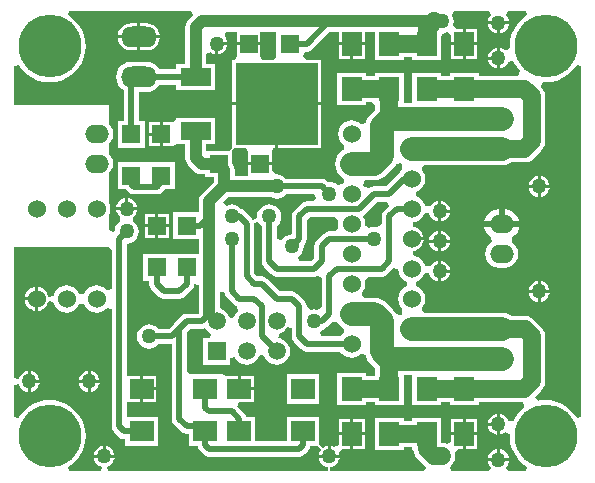
<source format=gtl>
G04 Layer_Physical_Order=1*
G04 Layer_Color=255*
%FSLAX25Y25*%
%MOIN*%
G70*
G01*
G75*
%ADD10R,0.07874X0.06693*%
%ADD11R,0.05906X0.05906*%
%ADD12R,0.06614X0.07874*%
%ADD13R,0.05906X0.05906*%
%ADD14R,0.27559X0.27559*%
%ADD15R,0.09843X0.05906*%
%ADD16C,0.03937*%
%ADD17C,0.07874*%
%ADD18C,0.05906*%
%ADD19C,0.01969*%
%ADD20O,0.08000X0.06000*%
%ADD21C,0.06000*%
%ADD22C,0.05906*%
%ADD23C,0.20945*%
%ADD24O,0.12000X0.07000*%
%ADD25C,0.05000*%
G36*
X47176Y141732D02*
X47785Y140232D01*
X46215Y138663D01*
X45659Y137938D01*
X45310Y137094D01*
X45250Y136642D01*
X45191Y136189D01*
Y124142D01*
X42268D01*
Y122222D01*
X36548D01*
X35755Y123255D01*
X34711Y124056D01*
X33494Y124560D01*
X32189Y124732D01*
X27189D01*
X25884Y124560D01*
X24667Y124056D01*
X23623Y123255D01*
X22821Y122211D01*
X22318Y120994D01*
X22146Y119689D01*
X22318Y118384D01*
X22821Y117167D01*
X23623Y116123D01*
X24656Y115330D01*
Y105032D01*
X22736D01*
Y96126D01*
X31642D01*
Y105032D01*
X29722D01*
Y114646D01*
X32189D01*
X33494Y114818D01*
X34711Y115322D01*
X35755Y116123D01*
X36548Y117156D01*
X42268D01*
Y115236D01*
X55110D01*
Y124142D01*
X52187D01*
Y127320D01*
X53687Y127971D01*
X53924Y127789D01*
X54775Y127437D01*
X55189Y127382D01*
Y130847D01*
X55689D01*
Y131346D01*
X59153D01*
X59099Y131760D01*
X58746Y132612D01*
X58302Y133191D01*
X58437Y133822D01*
X58893Y134691D01*
X60867D01*
X62347Y134642D01*
X62347Y133191D01*
Y131189D01*
X70252D01*
Y133191D01*
X70252Y134642D01*
X71732Y134691D01*
X75626D01*
Y126969D01*
X75626Y126236D01*
X74444Y125469D01*
X70813D01*
X70252Y126736D01*
X70252Y126969D01*
Y130189D01*
X62347D01*
Y126969D01*
X62347Y126736D01*
X61786Y125469D01*
X60909D01*
Y111189D01*
X75689D01*
Y110689D01*
D01*
Y111189D01*
X90469D01*
Y125469D01*
X85713D01*
X84531Y126236D01*
X84531Y126656D01*
X85286Y128156D01*
X85689D01*
X86658Y128349D01*
X87480Y128898D01*
X93273Y134691D01*
X96382D01*
Y131189D01*
X100689D01*
X104996D01*
Y134691D01*
X108382D01*
Y125252D01*
X117996D01*
Y126198D01*
X120882D01*
Y125252D01*
X130496D01*
Y132668D01*
X130689Y134154D01*
X131733Y134292D01*
X132382Y134561D01*
X133380Y134128D01*
X133882Y133706D01*
Y131189D01*
X137689D01*
Y135626D01*
X135581D01*
X134578Y137126D01*
X134586Y137145D01*
X134723Y138189D01*
X134586Y139233D01*
X134183Y140206D01*
X134163Y140232D01*
X134903Y141732D01*
X146524D01*
X147022Y140507D01*
X147065Y140232D01*
X146549Y139560D01*
X146196Y138709D01*
X146142Y138295D01*
X153071D01*
X153016Y138709D01*
X152664Y139560D01*
X152148Y140232D01*
X152190Y140507D01*
X152689Y141732D01*
X158844D01*
X159267Y140232D01*
X158295Y139637D01*
X156862Y138413D01*
X155639Y136980D01*
X154654Y135373D01*
X153933Y133632D01*
X153493Y131800D01*
X153345Y129921D01*
X153397Y129257D01*
X152563Y128757D01*
X151944Y128602D01*
X151371Y129042D01*
X150520Y129394D01*
X150106Y129449D01*
Y125984D01*
Y122520D01*
X150520Y122574D01*
X151371Y122927D01*
X152102Y123488D01*
X152664Y124219D01*
X152899Y124787D01*
X153790Y124959D01*
X154493Y124857D01*
X154654Y124469D01*
X155639Y122862D01*
X156648Y121680D01*
X156412Y120766D01*
X156015Y120180D01*
X142996D01*
Y121126D01*
X133382D01*
Y120180D01*
X130496D01*
Y121126D01*
X120882D01*
Y111173D01*
X117996D01*
Y121126D01*
X108382D01*
Y120180D01*
X105496D01*
Y121126D01*
X95882D01*
Y110252D01*
X105496D01*
Y111198D01*
X107274D01*
X108382Y110252D01*
X108496Y108752D01*
X106811Y107067D01*
X105940Y105931D01*
X105392Y104608D01*
X105370Y104444D01*
X104285Y104042D01*
X103796Y103977D01*
X102958Y104620D01*
X101864Y105073D01*
X100689Y105228D01*
X99514Y105073D01*
X98420Y104620D01*
X97479Y103898D01*
X96758Y102958D01*
X96305Y101864D01*
X96150Y100689D01*
X96305Y99514D01*
X96758Y98420D01*
X97479Y97479D01*
X97997Y97083D01*
X97969Y95646D01*
X97856Y95368D01*
X96811Y94567D01*
X95940Y93431D01*
X95392Y92108D01*
X95205Y90689D01*
X95392Y89270D01*
X95940Y87947D01*
X96811Y86811D01*
X97856Y86010D01*
X97969Y85732D01*
X97997Y84295D01*
X97592Y83985D01*
X97313Y83857D01*
X96042Y83542D01*
X95206Y84183D01*
X94233Y84586D01*
X93189Y84724D01*
X92789Y84671D01*
X92480Y84980D01*
X91658Y85529D01*
X90689Y85722D01*
X78787D01*
X78542Y86042D01*
X77706Y86683D01*
X76733Y87086D01*
X75689Y87224D01*
X75532Y87203D01*
X74032Y88332D01*
Y90189D01*
X70079D01*
X66126D01*
Y86736D01*
X64646Y86687D01*
X61687D01*
Y88799D01*
X61568Y89705D01*
X61219Y90548D01*
X60752Y91157D01*
Y94475D01*
X60831Y95193D01*
X61934Y95910D01*
X65565D01*
X66126Y94642D01*
X66126Y94409D01*
Y91189D01*
X70079D01*
X74032D01*
Y94409D01*
X74032Y94642D01*
X74592Y95910D01*
X75189D01*
Y110189D01*
X60909D01*
Y96576D01*
X60831Y95858D01*
X59727Y95142D01*
X52187D01*
Y97236D01*
X55110D01*
Y106142D01*
X42268D01*
Y105434D01*
X41142Y104532D01*
X40768Y104532D01*
X37689D01*
Y100579D01*
Y96626D01*
X41021D01*
X41142Y96626D01*
X42389Y97236D01*
X42642Y97236D01*
X45191D01*
Y92689D01*
X45250Y92236D01*
X45310Y91783D01*
X45659Y90940D01*
X46215Y90215D01*
X48215Y88215D01*
X48940Y87659D01*
X49784Y87310D01*
X50689Y87191D01*
X51846D01*
Y86236D01*
X54690D01*
Y84638D01*
X50715Y80663D01*
X50159Y79938D01*
X49810Y79094D01*
X49750Y78642D01*
X49691Y78189D01*
Y74532D01*
X41236D01*
Y65626D01*
X49691D01*
Y60752D01*
X41236D01*
Y60752D01*
X40142Y60752D01*
Y60752D01*
X31236D01*
Y51846D01*
X33156D01*
Y50689D01*
X33349Y49720D01*
X33898Y48898D01*
X36398Y46398D01*
X37220Y45849D01*
X38189Y45656D01*
X43189D01*
X44158Y45849D01*
X44980Y46398D01*
X47480Y48898D01*
X48029Y49720D01*
X48191Y50531D01*
X49691Y50384D01*
Y40773D01*
X49640Y40722D01*
X45689D01*
X44720Y40529D01*
X43898Y39980D01*
X41398Y37480D01*
X41398Y37480D01*
X39640Y35722D01*
X36287D01*
X36042Y36042D01*
X35206Y36683D01*
X34233Y37086D01*
X33189Y37224D01*
X32145Y37086D01*
X31172Y36683D01*
X30336Y36042D01*
X29695Y35206D01*
X29292Y34233D01*
X29155Y33189D01*
X29292Y32145D01*
X29695Y31172D01*
X30336Y30336D01*
X31172Y29695D01*
X32145Y29292D01*
X33189Y29155D01*
X34233Y29292D01*
X35206Y29695D01*
X36042Y30336D01*
X36287Y30656D01*
X40656D01*
Y5689D01*
X40849Y4720D01*
X41398Y3898D01*
X43898Y1398D01*
X44720Y849D01*
X45689Y656D01*
X46512D01*
Y-3331D01*
X49468D01*
X49609Y-4040D01*
X50158Y-4862D01*
X51398Y-6102D01*
X52220Y-6651D01*
X53189Y-6844D01*
X83189D01*
X84158Y-6651D01*
X84980Y-6102D01*
X86240Y-4842D01*
X86789Y-4021D01*
X86926Y-3331D01*
X89626D01*
X90488Y-4581D01*
X90132Y-5046D01*
X89779Y-5897D01*
X89725Y-6311D01*
X92689D01*
Y-3347D01*
X92275Y-3401D01*
X91424Y-3754D01*
X91111Y-3994D01*
X89886Y-3043D01*
Y6362D01*
X79012D01*
Y-1778D01*
X68626D01*
Y6362D01*
X65588D01*
X65529Y6658D01*
X64980Y7480D01*
X62617Y9843D01*
X62692Y10417D01*
X63141Y11343D01*
X68126D01*
Y15189D01*
X63189D01*
Y15689D01*
X62689D01*
Y20035D01*
X58679Y20035D01*
X57386Y20535D01*
X56959Y20535D01*
X46512D01*
X45722Y21708D01*
Y34640D01*
X46738Y35656D01*
X50689D01*
X51658Y35849D01*
X51800Y35943D01*
X52513Y35013D01*
X53443Y34299D01*
X53824Y34142D01*
X53526Y32642D01*
X51236D01*
Y23736D01*
X60142D01*
Y26026D01*
X61642Y26324D01*
X61800Y25943D01*
X62513Y25013D01*
X63443Y24299D01*
X64527Y23851D01*
X65689Y23698D01*
X66851Y23851D01*
X67935Y24299D01*
X68865Y25013D01*
X69578Y25943D01*
X69912Y26748D01*
X70577Y26877D01*
X70801D01*
X71466Y26748D01*
X71799Y25943D01*
X72513Y25013D01*
X73443Y24299D01*
X74527Y23851D01*
X75689Y23698D01*
X76851Y23851D01*
X77935Y24299D01*
X78865Y25013D01*
X79578Y25943D01*
X80027Y27027D01*
X80180Y28189D01*
X80027Y29351D01*
X79578Y30435D01*
X78865Y31365D01*
X77935Y32078D01*
X76851Y32527D01*
X76198Y32613D01*
X76103Y32744D01*
X76718Y34330D01*
X76781Y34363D01*
X77682Y34736D01*
X78508Y35370D01*
X79142Y36195D01*
X79156Y36230D01*
X80656Y35932D01*
Y33189D01*
X80849Y32220D01*
X81398Y31398D01*
X83898Y28898D01*
X84720Y28349D01*
X85689Y28156D01*
X96960D01*
X97479Y27479D01*
X98420Y26758D01*
X99514Y26305D01*
X100689Y26150D01*
X101864Y26305D01*
X102958Y26758D01*
X103796Y27401D01*
X104285Y27336D01*
X105370Y26934D01*
X105392Y26770D01*
X105940Y25447D01*
X106811Y24311D01*
X108496Y22626D01*
X108435Y21126D01*
X108382D01*
Y20180D01*
X105496D01*
Y21126D01*
X95882D01*
Y10252D01*
X105496D01*
Y11198D01*
X108382D01*
Y10252D01*
X117996D01*
Y20362D01*
X120882D01*
Y10252D01*
X130496D01*
Y11198D01*
X133382D01*
Y10252D01*
X142996D01*
Y11198D01*
X157843D01*
X158280Y10147D01*
X158317Y9729D01*
X158295Y9716D01*
X156862Y8492D01*
X155639Y7059D01*
X154654Y5452D01*
X154493Y5064D01*
X153790Y4963D01*
X152899Y5134D01*
X152664Y5702D01*
X152102Y6433D01*
X151371Y6994D01*
X150520Y7347D01*
X150106Y7401D01*
Y3937D01*
Y473D01*
X150520Y527D01*
X151371Y880D01*
X151944Y1319D01*
X152563Y1165D01*
X153397Y664D01*
X153345Y0D01*
X153493Y-1879D01*
X153933Y-3711D01*
X154654Y-5452D01*
X155639Y-7059D01*
X156862Y-8492D01*
X158295Y-9716D01*
X159267Y-10311D01*
X158844Y-11811D01*
X152689D01*
X152190Y-10586D01*
X152148Y-10311D01*
X152664Y-9639D01*
X153016Y-8788D01*
X153071Y-8374D01*
X146142D01*
X146196Y-8788D01*
X146549Y-9639D01*
X147065Y-10311D01*
X147022Y-10586D01*
X146524Y-11811D01*
X133951D01*
X133442Y-10311D01*
X133865Y-9987D01*
X134578Y-9057D01*
X135027Y-7973D01*
X135180Y-6811D01*
X135040Y-5748D01*
X135050Y-5618D01*
X136071Y-4248D01*
X137689D01*
Y189D01*
X133882D01*
Y-1758D01*
X133668Y-2021D01*
X132382Y-2693D01*
X131851Y-2473D01*
X130689Y-2320D01*
X130496D01*
Y6126D01*
X120882D01*
Y5180D01*
X117996D01*
Y6126D01*
X108382D01*
Y-4748D01*
X117996D01*
Y-3802D01*
X120882D01*
Y-4748D01*
X121255D01*
X121351Y-5473D01*
X121800Y-6557D01*
X122513Y-7487D01*
X125013Y-9987D01*
X125013Y-9987D01*
X125436Y-10311D01*
X125443Y-10525D01*
X124708Y-11811D01*
X93517D01*
X93418Y-10311D01*
X94103Y-10221D01*
X94954Y-9868D01*
X95685Y-9307D01*
X96246Y-8576D01*
X96599Y-7725D01*
X96653Y-7311D01*
X89725D01*
X89779Y-7725D01*
X90132Y-8576D01*
X90693Y-9307D01*
X91424Y-9868D01*
X92275Y-10221D01*
X92960Y-10311D01*
X92861Y-11811D01*
X19409Y-11811D01*
X18964Y-10311D01*
X19103Y-10221D01*
X19236Y-10166D01*
X19954Y-9868D01*
X20685Y-9307D01*
X21246Y-8576D01*
X21599Y-7725D01*
X21653Y-7311D01*
X14725D01*
X14779Y-7725D01*
X15132Y-8576D01*
X15693Y-9307D01*
X16424Y-9868D01*
X17021Y-10116D01*
X17275Y-10221D01*
X17414Y-10311D01*
X16969Y-11811D01*
X6511D01*
X6088Y-10311D01*
X7059Y-9716D01*
X8492Y-8492D01*
X9716Y-7059D01*
X10701Y-5452D01*
X11422Y-3711D01*
X11862Y-1879D01*
X12009Y0D01*
X11862Y1879D01*
X11422Y3711D01*
X10701Y5452D01*
X9716Y7059D01*
X8492Y8492D01*
X7059Y9716D01*
X5452Y10701D01*
X3711Y11422D01*
X1879Y11862D01*
X0Y12009D01*
X-1879Y11862D01*
X-3711Y11422D01*
X-5452Y10701D01*
X-7059Y9716D01*
X-8492Y8492D01*
X-9716Y7059D01*
X-10311Y6088D01*
X-11811Y6511D01*
Y16969D01*
X-10311Y17414D01*
X-10221Y17275D01*
X-10166Y17142D01*
X-9868Y16424D01*
X-9307Y15693D01*
X-8576Y15132D01*
X-7725Y14779D01*
X-7311Y14725D01*
Y18189D01*
Y21653D01*
X-7725Y21599D01*
X-8576Y21246D01*
X-9307Y20685D01*
X-9868Y19954D01*
X-10116Y19357D01*
X-10221Y19103D01*
X-10311Y18964D01*
X-11811Y19409D01*
Y62992D01*
X19156D01*
X19685Y62992D01*
X20656Y61894D01*
Y49072D01*
X19156Y48563D01*
X18898Y48898D01*
X17958Y49620D01*
X16864Y50073D01*
X15689Y50228D01*
X14514Y50073D01*
X13420Y49620D01*
X12479Y48898D01*
X11758Y47958D01*
X11459Y47236D01*
X9919D01*
X9620Y47958D01*
X8898Y48898D01*
X7958Y49620D01*
X6864Y50073D01*
X5689Y50228D01*
X4514Y50073D01*
X3420Y49620D01*
X2479Y48898D01*
X1758Y47958D01*
X1305Y46864D01*
X1271Y46609D01*
X-270Y46396D01*
X-414Y46734D01*
X-445Y46809D01*
X-817Y47706D01*
X-1458Y48542D01*
X-2294Y49183D01*
X-3267Y49586D01*
X-3811Y49658D01*
Y45689D01*
Y41720D01*
X-3267Y41792D01*
X-2294Y42195D01*
X-1458Y42836D01*
X-817Y43672D01*
X-445Y44569D01*
X-414Y44644D01*
X-270Y44982D01*
X1271Y44769D01*
X1305Y44514D01*
X1758Y43420D01*
X2479Y42480D01*
X3420Y41758D01*
X4514Y41305D01*
X5689Y41150D01*
X6864Y41305D01*
X7958Y41758D01*
X8898Y42480D01*
X9620Y43420D01*
X9919Y44142D01*
X11459D01*
X11758Y43420D01*
X12479Y42480D01*
X13420Y41758D01*
X14514Y41305D01*
X15689Y41150D01*
X16864Y41305D01*
X17958Y41758D01*
X18898Y42480D01*
X19156Y42815D01*
X20656Y42306D01*
Y3189D01*
X20849Y2220D01*
X21398Y1398D01*
X23071Y-275D01*
X23893Y-824D01*
X24862Y-1017D01*
X25252D01*
Y-3331D01*
X36126D01*
Y6362D01*
X25722D01*
Y9855D01*
X25752Y11343D01*
X27222Y11343D01*
X30189D01*
Y15689D01*
Y20035D01*
X27222D01*
X25752Y20035D01*
X25722Y21523D01*
Y64159D01*
X26733Y64292D01*
X27706Y64695D01*
X28542Y65336D01*
X29183Y66172D01*
X29586Y67145D01*
X29724Y68189D01*
X29586Y69233D01*
X29183Y70206D01*
X28542Y71042D01*
X28047Y71422D01*
X27946Y71655D01*
X27873Y72603D01*
X27980Y73193D01*
X28185Y73350D01*
X28746Y74081D01*
X29099Y74933D01*
X29153Y75346D01*
X22225D01*
X22279Y74933D01*
X22632Y74081D01*
X23193Y73350D01*
X23398Y73193D01*
X23505Y72603D01*
X23432Y71655D01*
X23331Y71422D01*
X22836Y71042D01*
X22195Y70206D01*
X21792Y69233D01*
X21700Y68532D01*
X21185Y68067D01*
X19866Y68599D01*
X19685Y68791D01*
Y73577D01*
X20073Y74514D01*
X20228Y75689D01*
X20073Y76864D01*
X19685Y77801D01*
Y87473D01*
X19898Y87637D01*
X20620Y88577D01*
X21073Y89672D01*
X21228Y90847D01*
X21073Y92021D01*
X20620Y93116D01*
X19898Y94056D01*
X19685Y94220D01*
Y97316D01*
X19898Y97479D01*
X20620Y98420D01*
X21073Y99514D01*
X21228Y100689D01*
X21073Y101864D01*
X20620Y102958D01*
X19898Y103898D01*
X19685Y104062D01*
Y110236D01*
X-11811D01*
Y123410D01*
X-10311Y123834D01*
X-9716Y122862D01*
X-8492Y121429D01*
X-7059Y120205D01*
X-5452Y119221D01*
X-3711Y118500D01*
X-1879Y118060D01*
X0Y117912D01*
X1879Y118060D01*
X3711Y118500D01*
X5452Y119221D01*
X7059Y120205D01*
X8492Y121429D01*
X9716Y122862D01*
X10701Y124469D01*
X11422Y126210D01*
X11862Y128043D01*
X12009Y129921D01*
X11862Y131800D01*
X11422Y133632D01*
X10701Y135373D01*
X9716Y136980D01*
X8492Y138413D01*
X7059Y139637D01*
X6088Y140232D01*
X6511Y141732D01*
X47176Y141732D01*
D02*
G37*
G36*
X177165Y123410D02*
Y6511D01*
X175665Y6088D01*
X175070Y7059D01*
X173846Y8492D01*
X172413Y9716D01*
X170807Y10701D01*
X169065Y11422D01*
X167233Y11862D01*
X165354Y12009D01*
X163476Y11862D01*
X162632Y11659D01*
X161870Y13019D01*
X163865Y15013D01*
X163865Y15013D01*
X164578Y15943D01*
X165027Y17027D01*
X165180Y18189D01*
Y33189D01*
X165027Y34351D01*
X164578Y35435D01*
X163865Y36365D01*
X163865Y36365D01*
X161522Y38707D01*
X160592Y39421D01*
X159509Y39870D01*
X158346Y40023D01*
X153972D01*
X153431Y40438D01*
X152108Y40986D01*
X150689Y41173D01*
X124660D01*
X124230Y41911D01*
X124047Y42673D01*
X124620Y43420D01*
X125073Y44514D01*
X125228Y45689D01*
X125073Y46864D01*
X124620Y47958D01*
X123898Y48898D01*
X122958Y49620D01*
X122236Y49919D01*
Y51459D01*
X122958Y51758D01*
X123898Y52479D01*
X124620Y53420D01*
X125073Y54514D01*
X126560Y54317D01*
X126590Y54086D01*
X126943Y53235D01*
X127504Y52504D01*
X128235Y51943D01*
X129086Y51590D01*
X129500Y51536D01*
Y55000D01*
Y58464D01*
X129086Y58410D01*
X128235Y58057D01*
X127504Y57496D01*
X126943Y56765D01*
X125311Y56745D01*
X125073Y56864D01*
X124620Y57958D01*
X123898Y58898D01*
X122958Y59620D01*
X121864Y60073D01*
X121017Y60185D01*
Y61698D01*
X121733Y61792D01*
X122706Y62195D01*
X123542Y62836D01*
X124183Y63672D01*
X124586Y64645D01*
X124658Y65189D01*
X120689D01*
Y66189D01*
X124658D01*
X124586Y66733D01*
X124183Y67706D01*
X123542Y68542D01*
X122706Y69183D01*
X121733Y69586D01*
X121017Y69680D01*
Y71193D01*
X121864Y71305D01*
X122958Y71758D01*
X123898Y72479D01*
X124620Y73420D01*
X125073Y74514D01*
X126560Y74317D01*
X126590Y74086D01*
X126943Y73235D01*
X127504Y72504D01*
X128235Y71943D01*
X129086Y71590D01*
X129500Y71536D01*
Y75000D01*
Y78464D01*
X129086Y78410D01*
X128235Y78057D01*
X127504Y77496D01*
X126943Y76765D01*
X125311Y76745D01*
X125073Y76864D01*
X124620Y77958D01*
X123898Y78898D01*
X122958Y79620D01*
X122236Y79919D01*
Y81459D01*
X122958Y81758D01*
X123898Y82480D01*
X124620Y83420D01*
X125073Y84514D01*
X125228Y85689D01*
X125073Y86864D01*
X124620Y87958D01*
X124047Y88705D01*
X124230Y89467D01*
X124660Y90205D01*
X150689D01*
X152108Y90392D01*
X153431Y90940D01*
X153767Y91198D01*
X158189D01*
X159351Y91351D01*
X160435Y91799D01*
X161365Y92513D01*
X163865Y95013D01*
X163865Y95013D01*
X164578Y95943D01*
X165027Y97027D01*
X165180Y98189D01*
Y113189D01*
X165027Y114351D01*
X164578Y115435D01*
X163865Y116365D01*
X163865Y116365D01*
X163691Y116538D01*
X164361Y117990D01*
X165354Y117912D01*
X167233Y118060D01*
X169065Y118500D01*
X170807Y119221D01*
X172413Y120205D01*
X173846Y121429D01*
X175070Y122862D01*
X175665Y123833D01*
X177165Y123410D01*
D02*
G37*
G36*
X117437Y90580D02*
X117480Y88898D01*
X116758Y87958D01*
X116622Y87630D01*
X116398Y87480D01*
X112140Y83222D01*
X108189D01*
X107220Y83029D01*
X106528Y82567D01*
X105004Y82888D01*
X104402Y83812D01*
X105120Y85205D01*
X108189D01*
X109608Y85392D01*
X110931Y85940D01*
X112067Y86811D01*
X114567Y89311D01*
X115438Y90447D01*
X115474Y90534D01*
X117010Y90944D01*
X117437Y90580D01*
D02*
G37*
G36*
X88387Y80462D02*
X88792Y79501D01*
X87910Y78222D01*
X85689D01*
X84720Y78029D01*
X83898Y77480D01*
X81398Y74980D01*
X80849Y74158D01*
X80656Y73189D01*
Y67219D01*
X79645Y67086D01*
X78672Y66683D01*
X77836Y66042D01*
X77222Y65241D01*
X77108Y65228D01*
X75722Y65570D01*
Y70091D01*
X76042Y70336D01*
X76683Y71172D01*
X77086Y72145D01*
X77223Y73189D01*
X77086Y74233D01*
X76683Y75206D01*
X76042Y76042D01*
X75206Y76683D01*
X74233Y77086D01*
X73189Y77223D01*
X72145Y77086D01*
X71172Y76683D01*
X70336Y76042D01*
X69695Y75206D01*
X69292Y74233D01*
X69155Y73189D01*
X69239Y72548D01*
X67797Y72005D01*
X67480Y72480D01*
X64980Y74980D01*
X64158Y75529D01*
X63895Y75581D01*
X63542Y76042D01*
X62706Y76683D01*
X61733Y77086D01*
X60689Y77223D01*
X59645Y77086D01*
X58672Y76683D01*
X57843Y77896D01*
X59638Y79690D01*
X73682D01*
X74645Y79292D01*
X75689Y79154D01*
X76733Y79292D01*
X77706Y79695D01*
X78542Y80336D01*
X78787Y80656D01*
X88179D01*
X88387Y80462D01*
D02*
G37*
G36*
X113074Y76656D02*
X111398Y74980D01*
X110849Y74158D01*
X110656Y73189D01*
Y70620D01*
X109250Y69598D01*
X109156Y69596D01*
X108189Y69723D01*
X107145Y69586D01*
X106564Y69345D01*
X105522Y69921D01*
X105178Y70311D01*
X105228Y70689D01*
X105073Y71864D01*
X104620Y72958D01*
X104749Y73744D01*
X104980Y73898D01*
X109238Y78156D01*
X112453D01*
X113074Y76656D01*
D02*
G37*
G36*
X96143Y72056D02*
X96277Y71656D01*
X96150Y70689D01*
X96277Y69722D01*
X96143Y69322D01*
X95217Y68222D01*
X93189D01*
X92220Y68029D01*
X91398Y67480D01*
X88898Y64980D01*
X88349Y64158D01*
X88156Y63189D01*
Y59238D01*
X87140Y58222D01*
X83070D01*
X82728Y59608D01*
X82741Y59722D01*
X83542Y60336D01*
X84183Y61172D01*
X84586Y62145D01*
X84724Y63189D01*
X84671Y63589D01*
X84980Y63898D01*
X85529Y64720D01*
X85722Y65689D01*
Y72140D01*
X86738Y73156D01*
X95217D01*
X96143Y72056D01*
D02*
G37*
G36*
X69695Y71172D02*
X70336Y70336D01*
X70656Y70091D01*
Y58189D01*
X70849Y57220D01*
X71398Y56398D01*
X73898Y53898D01*
X74720Y53349D01*
X75689Y53156D01*
X88189D01*
X89158Y53349D01*
X89205Y53380D01*
X89316Y53365D01*
X90656Y52546D01*
Y43120D01*
X89250Y42098D01*
X89156Y42096D01*
X88189Y42224D01*
X87222Y42096D01*
X87128Y42098D01*
X85722Y43120D01*
Y43189D01*
X85529Y44158D01*
X84980Y44980D01*
X82480Y47480D01*
X81658Y48029D01*
X80689Y48222D01*
X76738D01*
X72480Y52480D01*
X71658Y53029D01*
X70689Y53222D01*
X69238D01*
X68222Y54238D01*
Y70689D01*
X68176Y70919D01*
X69619Y71356D01*
X69695Y71172D01*
D02*
G37*
G36*
X115819Y55785D02*
X116171Y55527D01*
X116305Y54514D01*
X116758Y53420D01*
X117480Y52479D01*
X118420Y51758D01*
X119142Y51459D01*
Y49919D01*
X118420Y49620D01*
X117480Y48898D01*
X116758Y47958D01*
X116305Y46864D01*
X116150Y45689D01*
X116305Y44514D01*
X116758Y43420D01*
X117480Y42480D01*
X117437Y40798D01*
X117010Y40434D01*
X115474Y40844D01*
X115438Y40931D01*
X114567Y42067D01*
X112067Y44567D01*
X110931Y45438D01*
X109608Y45986D01*
X108189Y46173D01*
X104660D01*
X104230Y46911D01*
X104047Y47673D01*
X104620Y48420D01*
X105073Y49514D01*
X105228Y50689D01*
X105101Y51656D01*
X105235Y52056D01*
X106161Y53156D01*
X110689D01*
X111658Y53349D01*
X112480Y53898D01*
X114693Y56111D01*
X115819Y55785D01*
D02*
G37*
G36*
X58349Y47220D02*
X58898Y46398D01*
X61398Y43898D01*
X62220Y43349D01*
X62570Y43279D01*
X62942Y41694D01*
X62513Y41365D01*
X61800Y40435D01*
X61466Y39630D01*
X60801Y39501D01*
X60577D01*
X59912Y39630D01*
X59578Y40435D01*
X58865Y41365D01*
X57935Y42078D01*
X56851Y42527D01*
X56687Y42549D01*
Y47884D01*
X58187Y48031D01*
X58349Y47220D01*
D02*
G37*
G36*
X95836Y37959D02*
X96031Y37828D01*
X96811Y36811D01*
X97856Y36010D01*
X97969Y35732D01*
X97997Y34295D01*
X97479Y33898D01*
X96960Y33222D01*
X90570D01*
X90228Y34608D01*
X90241Y34722D01*
X91042Y35336D01*
X91395Y35796D01*
X91658Y35849D01*
X92480Y36398D01*
X94232Y38150D01*
X95836Y37959D01*
D02*
G37*
%LPC*%
G36*
X153071Y137295D02*
X150106D01*
Y134331D01*
X150520Y134385D01*
X151371Y134738D01*
X152102Y135299D01*
X152664Y136030D01*
X153016Y136882D01*
X153071Y137295D01*
D02*
G37*
G36*
X149106D02*
X146142D01*
X146196Y136882D01*
X146549Y136030D01*
X147110Y135299D01*
X147841Y134738D01*
X148693Y134385D01*
X149106Y134331D01*
Y137295D01*
D02*
G37*
G36*
X32189Y137614D02*
X30189D01*
Y133575D01*
X36662D01*
X36573Y134249D01*
X36120Y135344D01*
X35398Y136284D01*
X34458Y137005D01*
X33364Y137459D01*
X32189Y137614D01*
D02*
G37*
G36*
X29189D02*
X27189D01*
X26014Y137459D01*
X24920Y137005D01*
X23979Y136284D01*
X23258Y135344D01*
X22805Y134249D01*
X22716Y133575D01*
X29189D01*
Y137614D01*
D02*
G37*
G36*
X142496Y135626D02*
X138689D01*
Y131189D01*
X142496D01*
Y135626D01*
D02*
G37*
G36*
X36662Y132575D02*
X30189D01*
Y128536D01*
X32189D01*
X33364Y128691D01*
X34458Y129144D01*
X35398Y129865D01*
X36120Y130805D01*
X36573Y131900D01*
X36662Y132575D01*
D02*
G37*
G36*
X29189D02*
X22716D01*
X22805Y131900D01*
X23258Y130805D01*
X23979Y129865D01*
X24920Y129144D01*
X26014Y128691D01*
X27189Y128536D01*
X29189D01*
Y132575D01*
D02*
G37*
G36*
X59153Y130347D02*
X56189D01*
Y127382D01*
X56603Y127437D01*
X57454Y127789D01*
X58185Y128350D01*
X58746Y129081D01*
X59099Y129933D01*
X59153Y130347D01*
D02*
G37*
G36*
X149106Y129449D02*
X148693Y129394D01*
X147841Y129042D01*
X147110Y128481D01*
X146549Y127749D01*
X146196Y126898D01*
X146142Y126484D01*
X149106D01*
Y129449D01*
D02*
G37*
G36*
X142496Y130189D02*
X138689D01*
Y125752D01*
X142496D01*
Y130189D01*
D02*
G37*
G36*
X137689D02*
X133882D01*
Y125752D01*
X137689D01*
Y130189D01*
D02*
G37*
G36*
X104996D02*
X101189D01*
Y125752D01*
X104996D01*
Y130189D01*
D02*
G37*
G36*
X100189D02*
X96382D01*
Y125752D01*
X100189D01*
Y130189D01*
D02*
G37*
G36*
X149106Y125484D02*
X146142D01*
X146196Y125071D01*
X146549Y124219D01*
X147110Y123488D01*
X147841Y122927D01*
X148693Y122574D01*
X149106Y122520D01*
Y125484D01*
D02*
G37*
G36*
X36689Y104532D02*
X33236D01*
Y101079D01*
X36689D01*
Y104532D01*
D02*
G37*
G36*
Y100079D02*
X33236D01*
Y96626D01*
X36689D01*
Y100079D01*
D02*
G37*
G36*
X90469Y110189D02*
X76189D01*
Y95910D01*
X90469D01*
Y110189D01*
D02*
G37*
G36*
X32736Y91252D02*
X31642Y91252D01*
Y91252D01*
X31280Y91252D01*
X22736D01*
Y82346D01*
X25359D01*
X25398Y82288D01*
X26398Y81288D01*
X27220Y80739D01*
X28189Y80546D01*
X35689D01*
X36658Y80739D01*
X37480Y81288D01*
X38539Y82346D01*
X41642D01*
Y91252D01*
X33098D01*
X32736Y91252D01*
Y91252D01*
D02*
G37*
G36*
X26189Y79311D02*
Y76346D01*
X29153D01*
X29099Y76760D01*
X28746Y77612D01*
X28185Y78343D01*
X27454Y78904D01*
X26603Y79256D01*
X26189Y79311D01*
D02*
G37*
G36*
X25189D02*
X24775Y79256D01*
X23924Y78904D01*
X23193Y78343D01*
X22632Y77612D01*
X22279Y76760D01*
X22225Y76346D01*
X25189D01*
Y79311D01*
D02*
G37*
G36*
X39642Y74032D02*
X36189D01*
Y70579D01*
X39642D01*
Y74032D01*
D02*
G37*
G36*
X35189D02*
X31736D01*
Y70579D01*
X35189D01*
Y74032D01*
D02*
G37*
G36*
X39642Y69579D02*
X36189D01*
Y66126D01*
X39642D01*
Y69579D01*
D02*
G37*
G36*
X35189D02*
X31736D01*
Y66126D01*
X35189D01*
Y69579D01*
D02*
G37*
G36*
X-4811Y49658D02*
X-5355Y49586D01*
X-6328Y49183D01*
X-7164Y48542D01*
X-7805Y47706D01*
X-8208Y46733D01*
X-8280Y46189D01*
X-4811D01*
Y49658D01*
D02*
G37*
G36*
Y45189D02*
X-8280D01*
X-8208Y44645D01*
X-7805Y43672D01*
X-7164Y42836D01*
X-6328Y42195D01*
X-5355Y41792D01*
X-4811Y41720D01*
Y45189D01*
D02*
G37*
G36*
X13689Y21653D02*
Y18689D01*
X16653D01*
X16599Y19103D01*
X16246Y19954D01*
X15685Y20685D01*
X14954Y21246D01*
X14103Y21599D01*
X13689Y21653D01*
D02*
G37*
G36*
X12689D02*
X12275Y21599D01*
X11424Y21246D01*
X10693Y20685D01*
X10132Y19954D01*
X9779Y19103D01*
X9725Y18689D01*
X12689D01*
Y21653D01*
D02*
G37*
G36*
X-6311D02*
Y18689D01*
X-3347D01*
X-3401Y19103D01*
X-3754Y19954D01*
X-4315Y20685D01*
X-5046Y21246D01*
X-5897Y21599D01*
X-6311Y21653D01*
D02*
G37*
G36*
X63689Y20035D02*
Y16189D01*
X68126D01*
Y20035D01*
X63689D01*
D02*
G37*
G36*
X31189D02*
Y16189D01*
X35626D01*
Y20035D01*
X31189D01*
D02*
G37*
G36*
X16653Y17689D02*
X13689D01*
Y14725D01*
X14103Y14779D01*
X14954Y15132D01*
X15685Y15693D01*
X16246Y16424D01*
X16599Y17275D01*
X16653Y17689D01*
D02*
G37*
G36*
X12689D02*
X9725D01*
X9779Y17275D01*
X10132Y16424D01*
X10693Y15693D01*
X11424Y15132D01*
X12275Y14779D01*
X12689Y14725D01*
Y17689D01*
D02*
G37*
G36*
X-3347D02*
X-6311D01*
Y14725D01*
X-5897Y14779D01*
X-5046Y15132D01*
X-4315Y15693D01*
X-3754Y16424D01*
X-3401Y17275D01*
X-3347Y17689D01*
D02*
G37*
G36*
X35626Y15189D02*
X31189D01*
Y11343D01*
X35626D01*
Y15189D01*
D02*
G37*
G36*
X89886Y20535D02*
X79012D01*
Y10842D01*
X89886D01*
Y20535D01*
D02*
G37*
G36*
X149106Y7401D02*
X148693Y7347D01*
X147841Y6994D01*
X147110Y6433D01*
X146549Y5702D01*
X146196Y4851D01*
X146142Y4437D01*
X149106D01*
Y7401D01*
D02*
G37*
G36*
X142496Y5626D02*
X138689D01*
Y1189D01*
X142496D01*
Y5626D01*
D02*
G37*
G36*
X104996D02*
X101189D01*
Y1189D01*
X104996D01*
Y5626D01*
D02*
G37*
G36*
X137689D02*
X133882D01*
Y1189D01*
X137689D01*
Y5626D01*
D02*
G37*
G36*
X100189D02*
X96382D01*
Y1189D01*
X100189D01*
Y5626D01*
D02*
G37*
G36*
X149106Y3437D02*
X146142D01*
X146196Y3023D01*
X146549Y2172D01*
X147110Y1441D01*
X147841Y880D01*
X148693Y527D01*
X149106Y473D01*
Y3437D01*
D02*
G37*
G36*
X100189Y189D02*
X96382D01*
Y-2959D01*
X94954Y-3754D01*
X94103Y-3401D01*
X93689Y-3347D01*
Y-6311D01*
X96653D01*
X96599Y-5897D01*
X96537Y-5748D01*
X97372Y-4310D01*
X97467Y-4248D01*
X100189D01*
Y189D01*
D02*
G37*
G36*
X142496D02*
X138689D01*
Y-4248D01*
X142496D01*
Y189D01*
D02*
G37*
G36*
X104996D02*
X101189D01*
Y-4248D01*
X104996D01*
Y189D01*
D02*
G37*
G36*
X18689Y-3347D02*
Y-6311D01*
X21653D01*
X21599Y-5897D01*
X21246Y-5046D01*
X20685Y-4315D01*
X19954Y-3754D01*
X19103Y-3401D01*
X18689Y-3347D01*
D02*
G37*
G36*
X17689D02*
X17275Y-3401D01*
X16424Y-3754D01*
X15693Y-4315D01*
X15132Y-5046D01*
X14779Y-5897D01*
X14725Y-6311D01*
X17689D01*
Y-3347D01*
D02*
G37*
G36*
X150106Y-4410D02*
Y-7374D01*
X153071D01*
X153016Y-6960D01*
X152664Y-6109D01*
X152102Y-5378D01*
X151371Y-4817D01*
X150520Y-4464D01*
X150106Y-4410D01*
D02*
G37*
G36*
X149106D02*
X148693Y-4464D01*
X147841Y-4817D01*
X147110Y-5378D01*
X146549Y-6109D01*
X146196Y-6960D01*
X146142Y-7374D01*
X149106D01*
Y-4410D01*
D02*
G37*
G36*
X163689Y86653D02*
Y83689D01*
X166653D01*
X166599Y84103D01*
X166246Y84954D01*
X165685Y85685D01*
X164954Y86246D01*
X164103Y86599D01*
X163689Y86653D01*
D02*
G37*
G36*
X162689D02*
X162275Y86599D01*
X161424Y86246D01*
X160693Y85685D01*
X160132Y84954D01*
X159779Y84103D01*
X159725Y83689D01*
X162689D01*
Y86653D01*
D02*
G37*
G36*
X166653Y82689D02*
X163689D01*
Y79725D01*
X164103Y79779D01*
X164954Y80132D01*
X165685Y80693D01*
X166246Y81424D01*
X166599Y82275D01*
X166653Y82689D01*
D02*
G37*
G36*
X162689D02*
X159725D01*
X159779Y82275D01*
X160132Y81424D01*
X160693Y80693D01*
X161424Y80132D01*
X162275Y79779D01*
X162689Y79725D01*
Y82689D01*
D02*
G37*
G36*
X130500Y78464D02*
Y75500D01*
X133464D01*
X133410Y75914D01*
X133057Y76765D01*
X132496Y77496D01*
X131765Y78057D01*
X130914Y78410D01*
X130500Y78464D01*
D02*
G37*
G36*
X133464Y74500D02*
X130500D01*
Y71536D01*
X130914Y71590D01*
X131765Y71943D01*
X132496Y72504D01*
X133057Y73235D01*
X133410Y74086D01*
X133464Y74500D01*
D02*
G37*
G36*
X151689Y75543D02*
X151673D01*
Y71516D01*
X156571D01*
X156530Y71829D01*
X156029Y73037D01*
X155233Y74075D01*
X154195Y74871D01*
X152986Y75372D01*
X151689Y75543D01*
D02*
G37*
G36*
X149705D02*
X149689D01*
X148392Y75372D01*
X147183Y74871D01*
X146145Y74075D01*
X145349Y73037D01*
X144848Y71829D01*
X144807Y71516D01*
X149705D01*
Y75543D01*
D02*
G37*
G36*
X130500Y68464D02*
Y65500D01*
X133464D01*
X133410Y65914D01*
X133057Y66765D01*
X132496Y67496D01*
X131765Y68057D01*
X130914Y68410D01*
X130500Y68464D01*
D02*
G37*
G36*
X129500D02*
X129086Y68410D01*
X128235Y68057D01*
X127504Y67496D01*
X126943Y66765D01*
X126590Y65914D01*
X126536Y65500D01*
X129500D01*
Y68464D01*
D02*
G37*
G36*
X133464Y64500D02*
X130500D01*
Y61536D01*
X130914Y61590D01*
X131765Y61943D01*
X132496Y62504D01*
X133057Y63235D01*
X133410Y64086D01*
X133464Y64500D01*
D02*
G37*
G36*
X129500D02*
X126536D01*
X126590Y64086D01*
X126943Y63235D01*
X127504Y62504D01*
X128235Y61943D01*
X129086Y61590D01*
X129500Y61536D01*
Y64500D01*
D02*
G37*
G36*
X156571Y69547D02*
X150689D01*
X144807D01*
X144848Y69235D01*
X145349Y68026D01*
X146145Y66988D01*
X147183Y66192D01*
X147239Y66168D01*
X147363Y65108D01*
X147293Y64522D01*
X146479Y63898D01*
X145758Y62958D01*
X145305Y61864D01*
X145150Y60689D01*
X145305Y59514D01*
X145758Y58420D01*
X146479Y57480D01*
X147420Y56758D01*
X148514Y56305D01*
X149689Y56150D01*
X151689D01*
X152864Y56305D01*
X153958Y56758D01*
X154898Y57480D01*
X155620Y58420D01*
X156073Y59514D01*
X156228Y60689D01*
X156073Y61864D01*
X155620Y62958D01*
X154898Y63898D01*
X154085Y64522D01*
X154015Y65108D01*
X154139Y66168D01*
X154195Y66192D01*
X155233Y66988D01*
X156029Y68026D01*
X156530Y69235D01*
X156571Y69547D01*
D02*
G37*
G36*
X130500Y58464D02*
Y55500D01*
X133464D01*
X133410Y55914D01*
X133057Y56765D01*
X132496Y57496D01*
X131765Y58057D01*
X130914Y58410D01*
X130500Y58464D01*
D02*
G37*
G36*
X133464Y54500D02*
X130500D01*
Y51536D01*
X130914Y51590D01*
X131765Y51943D01*
X132496Y52504D01*
X133057Y53235D01*
X133410Y54086D01*
X133464Y54500D01*
D02*
G37*
G36*
X163689Y51653D02*
Y48689D01*
X166653D01*
X166599Y49103D01*
X166246Y49954D01*
X165685Y50685D01*
X164954Y51246D01*
X164103Y51599D01*
X163689Y51653D01*
D02*
G37*
G36*
X162689D02*
X162275Y51599D01*
X161424Y51246D01*
X160693Y50685D01*
X160132Y49954D01*
X159779Y49103D01*
X159725Y48689D01*
X162689D01*
Y51653D01*
D02*
G37*
G36*
X166653Y47689D02*
X163689D01*
Y44725D01*
X164103Y44779D01*
X164954Y45132D01*
X165685Y45693D01*
X166246Y46424D01*
X166599Y47275D01*
X166653Y47689D01*
D02*
G37*
G36*
X162689D02*
X159725D01*
X159779Y47275D01*
X160132Y46424D01*
X160693Y45693D01*
X161424Y45132D01*
X162275Y44779D01*
X162689Y44725D01*
Y47689D01*
D02*
G37*
%LPD*%
D10*
X63189Y15689D02*
D03*
Y1516D02*
D03*
X84449D02*
D03*
Y15689D02*
D03*
X30689D02*
D03*
Y1516D02*
D03*
X51949D02*
D03*
Y15689D02*
D03*
D11*
X37189Y100579D02*
D03*
Y86799D02*
D03*
X27189Y86799D02*
D03*
Y100579D02*
D03*
X35689Y70079D02*
D03*
Y56299D02*
D03*
X45689Y56299D02*
D03*
Y70079D02*
D03*
D12*
X138189Y130689D02*
D03*
Y115689D02*
D03*
X100689D02*
D03*
Y130689D02*
D03*
Y689D02*
D03*
Y15689D02*
D03*
X138189D02*
D03*
Y689D02*
D03*
X125689Y115689D02*
D03*
Y130689D02*
D03*
X113189D02*
D03*
Y115689D02*
D03*
Y15689D02*
D03*
Y689D02*
D03*
X125689D02*
D03*
Y15689D02*
D03*
D13*
X80079Y130689D02*
D03*
X66299D02*
D03*
X56299Y90689D02*
D03*
X70079D02*
D03*
X55689Y28189D02*
D03*
D14*
X75689Y110689D02*
D03*
D15*
X48689Y119689D02*
D03*
Y101689D02*
D03*
D16*
X58189Y83189D02*
X75689D01*
X48689Y92689D02*
Y101689D01*
Y92689D02*
X50689Y90689D01*
X56299D01*
X58189Y83189D02*
Y88799D01*
X53189Y78189D02*
X58189Y83189D01*
X48689Y136189D02*
X50689Y138189D01*
X48689Y119689D02*
Y136189D01*
X50689Y138189D02*
X93189D01*
X128189D01*
X53189Y40689D02*
Y73189D01*
Y78189D01*
D17*
X100689Y90689D02*
X108189D01*
X110689Y93189D01*
Y103189D01*
X113189Y105689D01*
X120689Y95689D02*
X150689D01*
X113189Y105689D02*
X150689D01*
X110689Y28189D02*
Y38189D01*
Y28189D02*
X113031Y25846D01*
X108189Y40689D02*
X110689Y38189D01*
X100689Y40689D02*
X108189D01*
X120689Y35689D02*
X150689D01*
X113031Y25846D02*
X150689D01*
D18*
X125689Y115689D02*
X138189D01*
X158189Y95689D02*
X160689Y98189D01*
X150689Y95689D02*
X158189D01*
X158346Y35531D02*
X160689Y33189D01*
X150689Y35531D02*
X158346D01*
X138189Y115689D02*
X158189D01*
X160689Y98189D02*
Y113189D01*
X158189Y115689D02*
X160689Y113189D01*
X113189Y105689D02*
Y115689D01*
X100689D02*
X113189D01*
X160689Y18189D02*
Y33189D01*
X125689Y15689D02*
X158189D01*
X160689Y18189D01*
X100689Y15689D02*
X113189D01*
X113031Y15846D02*
Y25846D01*
X113189Y689D02*
X125689D01*
X113189Y130689D02*
X125689D01*
Y135689D01*
X128189Y138189D01*
X125689Y-4311D02*
Y689D01*
Y-4311D02*
X128189Y-6811D01*
X130689D01*
D19*
X113031Y15846D02*
X113189Y15689D01*
X56299Y90689D02*
X58189Y88799D01*
X60689Y8189D02*
X63189Y5689D01*
Y1516D02*
Y5689D01*
X51949Y9429D02*
Y15689D01*
Y9429D02*
X53189Y8189D01*
X60689D01*
X84449Y-3051D02*
Y1516D01*
X83189Y-4311D02*
X84449Y-3051D01*
X53189Y-4311D02*
X83189D01*
X51949Y-3071D02*
X53189Y-4311D01*
X51949Y-3071D02*
Y1516D01*
X50276Y3189D02*
X51949Y1516D01*
X45689Y3189D02*
X50276D01*
X43189Y5689D02*
X45689Y3189D01*
X43189Y5689D02*
Y35689D01*
X45689Y38189D01*
X50689D01*
X53189Y40689D01*
X29689Y119689D02*
X48689D01*
X24862Y1516D02*
X30689D01*
X23189Y3189D02*
X24862Y1516D01*
X23189Y3189D02*
Y65689D01*
X25689Y68189D01*
X33189Y33189D02*
X40689D01*
X43189Y35689D01*
X128189Y138189D02*
X130689D01*
X60689Y48189D02*
Y65689D01*
X70689Y33189D02*
Y43189D01*
Y33189D02*
X75689Y28189D01*
X85689Y30689D02*
X100689D01*
X88189Y38189D02*
X90689D01*
X93189Y40689D01*
Y53189D01*
X83189Y33189D02*
X85689Y30689D01*
X75689Y45689D02*
X80689D01*
X83189Y43189D01*
Y33189D02*
Y43189D01*
X93189Y53189D02*
X95689Y55689D01*
X60689Y73189D02*
X63189D01*
X65689Y70689D01*
X60689Y48189D02*
X63189Y45689D01*
X68189D01*
X70689Y43189D01*
X65689Y53189D02*
Y70689D01*
Y53189D02*
X68189Y50689D01*
X70689D01*
X75689Y45689D01*
Y83189D02*
X90689D01*
X93189Y80689D01*
X27189Y101579D02*
X28189Y100579D01*
X27189Y101579D02*
Y117189D01*
X29689Y119689D01*
X80689Y63189D02*
X83189Y65689D01*
X103189Y75689D02*
X108189Y80689D01*
X113189D01*
X118189Y85689D01*
X120689D01*
X83189Y65689D02*
Y73189D01*
X85689Y75689D01*
X103189D01*
X80079Y130689D02*
X85689D01*
X93189Y138189D01*
X37189Y84579D02*
Y86799D01*
X35689Y83079D02*
X37189Y84579D01*
X28189Y83079D02*
X35689D01*
X27189Y84079D02*
X28189Y83079D01*
X27189Y84079D02*
Y86799D01*
X35689Y50689D02*
Y56299D01*
Y50689D02*
X38189Y48189D01*
X43189D01*
X45689Y50689D01*
Y56299D01*
Y70079D02*
X50079D01*
X53189Y73189D01*
X73189Y58189D02*
Y73189D01*
Y58189D02*
X75689Y55689D01*
X88189D01*
X90689Y58189D01*
Y63189D01*
X93189Y65689D01*
X108189D01*
X115689Y75689D02*
X120689D01*
X113189Y73189D02*
X115689Y75689D01*
X95689Y55689D02*
X110689D01*
X113189Y58189D01*
Y73189D01*
D20*
X15689Y90847D02*
D03*
Y100689D02*
D03*
X150689Y105532D02*
D03*
Y95689D02*
D03*
Y35531D02*
D03*
Y25689D02*
D03*
Y70531D02*
D03*
Y60689D02*
D03*
D21*
X15689Y75689D02*
D03*
X5689D02*
D03*
X-4311D02*
D03*
Y45689D02*
D03*
X5689D02*
D03*
X15689D02*
D03*
X100689Y30689D02*
D03*
X120689Y95689D02*
D03*
Y85689D02*
D03*
Y75689D02*
D03*
Y65689D02*
D03*
Y55689D02*
D03*
Y45689D02*
D03*
Y35689D02*
D03*
X100689Y90689D02*
D03*
Y80689D02*
D03*
Y70689D02*
D03*
Y60689D02*
D03*
Y50689D02*
D03*
Y40689D02*
D03*
Y100689D02*
D03*
D22*
X75689Y38189D02*
D03*
Y28189D02*
D03*
X65689Y38189D02*
D03*
Y28189D02*
D03*
X55689Y38189D02*
D03*
D23*
X0Y0D02*
D03*
X165354D02*
D03*
Y129921D02*
D03*
X0D02*
D03*
D24*
X29689Y133075D02*
D03*
Y119689D02*
D03*
D25*
X55689Y130847D02*
D03*
X25689Y75846D02*
D03*
X163189Y83189D02*
D03*
Y48189D02*
D03*
X93189Y-6811D02*
D03*
X149606Y-7874D02*
D03*
X18189Y-6811D02*
D03*
X13189Y18189D02*
D03*
X-6811D02*
D03*
X75689Y83189D02*
D03*
X60689Y65689D02*
D03*
X25689Y68189D02*
D03*
X33189Y33189D02*
D03*
X130689Y138189D02*
D03*
Y-6811D02*
D03*
X60689Y73189D02*
D03*
X88189Y38189D02*
D03*
X93189Y80689D02*
D03*
X80689Y63189D02*
D03*
X73189Y73189D02*
D03*
X108189Y65689D02*
D03*
X149606Y137795D02*
D03*
Y125984D02*
D03*
Y3937D02*
D03*
X130000Y65000D02*
D03*
Y75000D02*
D03*
Y55000D02*
D03*
M02*

</source>
